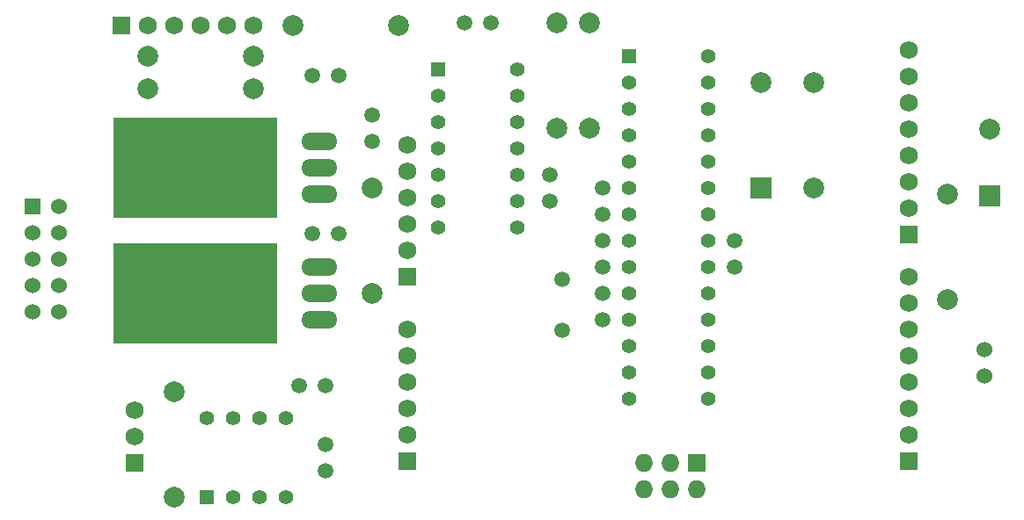
<source format=gts>
%FSLAX36Y36*%
G04 Gerber Fmt 3.6, Leading zero omitted, Abs format (unit inch)*
G04 Created by KiCad (PCBNEW (2014-jul-16 BZR unknown)-product) date Mon 02 Feb 2015 12:29:57 PM PST*
%MOIN*%
G01*
G04 APERTURE LIST*
%ADD10C,0.003937*%
%ADD11C,0.059100*%
%ADD12C,0.078700*%
%ADD13R,0.078700X0.078700*%
%ADD14C,0.060000*%
%ADD15R,0.068000X0.068000*%
%ADD16C,0.068000*%
%ADD17R,0.060000X0.060000*%
%ADD18O,0.068000X0.068000*%
%ADD19R,0.055000X0.055000*%
%ADD20C,0.055000*%
%ADD21O,0.137800X0.066900*%
%ADD22R,0.620000X0.380000*%
G04 APERTURE END LIST*
D10*
D11*
X6275000Y-4750000D03*
X6275000Y-4650000D03*
X6775000Y-4950000D03*
X6775000Y-4850000D03*
X5225000Y-5725000D03*
X5225000Y-5625000D03*
X5750000Y-4025000D03*
X5850000Y-4025000D03*
X5125000Y-5400000D03*
X5225000Y-5400000D03*
X5175000Y-4825000D03*
X5275000Y-4825000D03*
X5400000Y-4475000D03*
X5400000Y-4375000D03*
X6075000Y-4700000D03*
X6075000Y-4600000D03*
X5275000Y-4225000D03*
X5175000Y-4225000D03*
X6275000Y-4950000D03*
X6275000Y-4850000D03*
X6275000Y-5050000D03*
X6275000Y-5150000D03*
D12*
X6875000Y-4250000D03*
D13*
X6875000Y-4650000D03*
D14*
X7720000Y-5265000D03*
X7720000Y-5365000D03*
D15*
X4500000Y-5695000D03*
D16*
X4500000Y-5595000D03*
X4500000Y-5495000D03*
D17*
X4113780Y-4721260D03*
D14*
X4213780Y-4721260D03*
X4113780Y-4821260D03*
X4213780Y-4821260D03*
X4113780Y-4921260D03*
X4213780Y-4921260D03*
X4113780Y-5021260D03*
X4213780Y-5021260D03*
X4113780Y-5121260D03*
X4213780Y-5121260D03*
D15*
X4450000Y-4035000D03*
D16*
X4550000Y-4035000D03*
X4650000Y-4035000D03*
X4750000Y-4035000D03*
X4850000Y-4035000D03*
X4950000Y-4035000D03*
D15*
X7433071Y-4828976D03*
D16*
X7433071Y-4728976D03*
X7433071Y-4628976D03*
X7433071Y-4528976D03*
X7433071Y-4428976D03*
X7433071Y-4328976D03*
X7433071Y-4228976D03*
X7433071Y-4128976D03*
D15*
X7433071Y-5688976D03*
D16*
X7433071Y-5588976D03*
X7433071Y-5488976D03*
X7433071Y-5388976D03*
X7433071Y-5288976D03*
X7433071Y-5188976D03*
X7433071Y-5088976D03*
X7433071Y-4988976D03*
D15*
X5533071Y-5688976D03*
D16*
X5533071Y-5588976D03*
X5533071Y-5488976D03*
X5533071Y-5388976D03*
X5533071Y-5288976D03*
X5533071Y-5188976D03*
D15*
X5533071Y-4988976D03*
D16*
X5533071Y-4888976D03*
X5533071Y-4788976D03*
X5533071Y-4688976D03*
X5533071Y-4588976D03*
X5533071Y-4488976D03*
D15*
X6631102Y-5694488D03*
D18*
X6631102Y-5794488D03*
X6531102Y-5694488D03*
X6531102Y-5794488D03*
X6431102Y-5694488D03*
X6431102Y-5794488D03*
D12*
X4550000Y-4150000D03*
X4950000Y-4150000D03*
X4550000Y-4275000D03*
X4950000Y-4275000D03*
X4650000Y-5425000D03*
X4650000Y-5825000D03*
X5100000Y-4035000D03*
X5500000Y-4035000D03*
X5400000Y-5050000D03*
X5400000Y-4650000D03*
X6100000Y-4425000D03*
X6100000Y-4025000D03*
X6225000Y-4425000D03*
X6225000Y-4025000D03*
X7075000Y-4250000D03*
X7075000Y-4650000D03*
X7580000Y-5075000D03*
X7580000Y-4675000D03*
D13*
X7740000Y-4683000D03*
D12*
X7740000Y-4427000D03*
D19*
X5650000Y-4200000D03*
D20*
X5650000Y-4300000D03*
X5650000Y-4400000D03*
X5650000Y-4500000D03*
X5650000Y-4600000D03*
X5650000Y-4700000D03*
X5650000Y-4800000D03*
X5950000Y-4800000D03*
X5950000Y-4700000D03*
X5950000Y-4600000D03*
X5950000Y-4500000D03*
X5950000Y-4400000D03*
X5950000Y-4300000D03*
X5950000Y-4200000D03*
D21*
X5200000Y-5050000D03*
X5200000Y-5150000D03*
X5200000Y-4950000D03*
D22*
X4730000Y-5050000D03*
D19*
X4775000Y-5825000D03*
D20*
X4875000Y-5825000D03*
X4975000Y-5825000D03*
X5075000Y-5825000D03*
X5075000Y-5525000D03*
X4975000Y-5525000D03*
X4875000Y-5525000D03*
X4775000Y-5525000D03*
D21*
X5200000Y-4575000D03*
X5200000Y-4675000D03*
X5200000Y-4475000D03*
D22*
X4730000Y-4575000D03*
D20*
X6375000Y-4250000D03*
X6375000Y-4350000D03*
X6375000Y-4450000D03*
X6375000Y-4550000D03*
X6375000Y-4650000D03*
X6375000Y-4750000D03*
X6375000Y-4850000D03*
X6375000Y-4950000D03*
X6375000Y-5050000D03*
X6375000Y-5150000D03*
X6375000Y-5250000D03*
X6375000Y-5350000D03*
X6375000Y-5450000D03*
D19*
X6375000Y-4150000D03*
D20*
X6675000Y-5450000D03*
X6675000Y-5350000D03*
X6675000Y-5250000D03*
X6675000Y-5150000D03*
X6675000Y-5050000D03*
X6675000Y-4950000D03*
X6675000Y-4850000D03*
X6675000Y-4750000D03*
X6675000Y-4650000D03*
X6675000Y-4550000D03*
X6675000Y-4450000D03*
X6675000Y-4350000D03*
X6675000Y-4250000D03*
X6675000Y-4150000D03*
D11*
X6120000Y-4998900D03*
X6120000Y-5191100D03*
M02*

</source>
